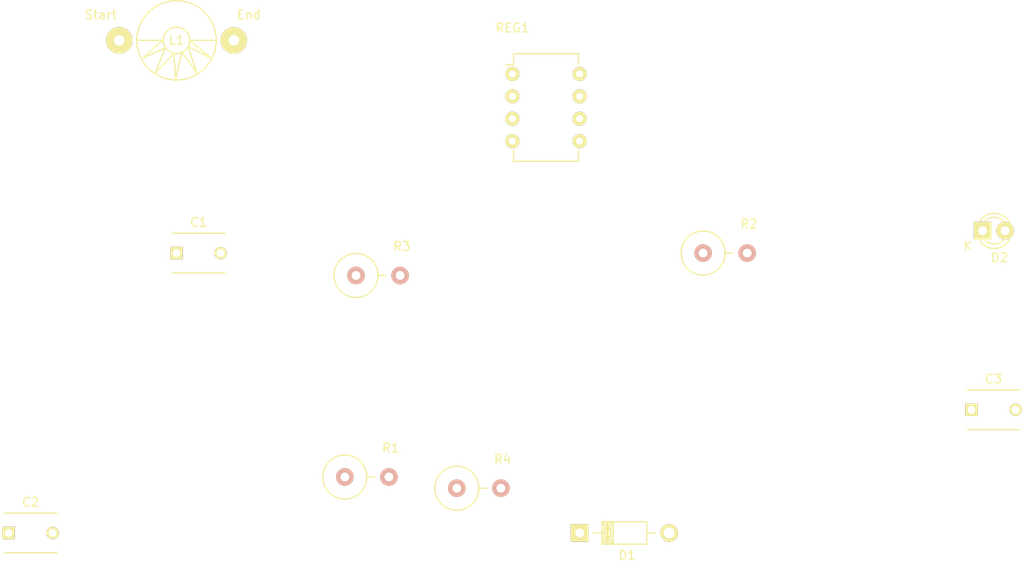
<source format=kicad_pcb>
(kicad_pcb (version 4) (host pcbnew 4.0.4-stable)

  (general
    (links 19)
    (no_connects 19)
    (area 0 0 0 0)
    (thickness 1.6)
    (drawings 0)
    (tracks 0)
    (zones 0)
    (modules 11)
    (nets 10)
  )

  (page A4)
  (layers
    (0 F.Cu signal)
    (31 B.Cu signal)
    (32 B.Adhes user)
    (33 F.Adhes user)
    (34 B.Paste user)
    (35 F.Paste user)
    (36 B.SilkS user)
    (37 F.SilkS user)
    (38 B.Mask user)
    (39 F.Mask user)
    (40 Dwgs.User user)
    (41 Cmts.User user)
    (42 Eco1.User user)
    (43 Eco2.User user)
    (44 Edge.Cuts user)
    (45 Margin user)
    (46 B.CrtYd user)
    (47 F.CrtYd user)
    (48 B.Fab user)
    (49 F.Fab user)
  )

  (setup
    (last_trace_width 0.25)
    (trace_clearance 0.2)
    (zone_clearance 0.508)
    (zone_45_only no)
    (trace_min 0.2)
    (segment_width 0.2)
    (edge_width 0.15)
    (via_size 0.6)
    (via_drill 0.4)
    (via_min_size 0.4)
    (via_min_drill 0.3)
    (uvia_size 0.3)
    (uvia_drill 0.1)
    (uvias_allowed no)
    (uvia_min_size 0.2)
    (uvia_min_drill 0.1)
    (pcb_text_width 0.3)
    (pcb_text_size 1.5 1.5)
    (mod_edge_width 0.15)
    (mod_text_size 1 1)
    (mod_text_width 0.15)
    (pad_size 1.524 1.524)
    (pad_drill 0.762)
    (pad_to_mask_clearance 0.2)
    (aux_axis_origin 0 0)
    (visible_elements FFFFFF7F)
    (pcbplotparams
      (layerselection 0x00030_80000001)
      (usegerberextensions false)
      (excludeedgelayer true)
      (linewidth 0.100000)
      (plotframeref false)
      (viasonmask false)
      (mode 1)
      (useauxorigin false)
      (hpglpennumber 1)
      (hpglpenspeed 20)
      (hpglpendiameter 15)
      (hpglpenoverlay 2)
      (psnegative false)
      (psa4output false)
      (plotreference true)
      (plotvalue true)
      (plotinvisibletext false)
      (padsonsilk false)
      (subtractmaskfromsilk false)
      (outputformat 1)
      (mirror false)
      (drillshape 1)
      (scaleselection 1)
      (outputdirectory ""))
  )

  (net 0 "")
  (net 1 "Net-(C1-Pad1)")
  (net 2 GND)
  (net 3 "Net-(C2-Pad1)")
  (net 4 /V_IN)
  (net 5 "Net-(D1-Pad1)")
  (net 6 "Net-(D2-Pad1)")
  (net 7 VCC)
  (net 8 "Net-(R1-Pad1)")
  (net 9 "Net-(R3-Pad1)")

  (net_class Default "This is the default net class."
    (clearance 0.2)
    (trace_width 0.25)
    (via_dia 0.6)
    (via_drill 0.4)
    (uvia_dia 0.3)
    (uvia_drill 0.1)
    (add_net /V_IN)
    (add_net GND)
    (add_net "Net-(C1-Pad1)")
    (add_net "Net-(C2-Pad1)")
    (add_net "Net-(D1-Pad1)")
    (add_net "Net-(D2-Pad1)")
    (add_net "Net-(R1-Pad1)")
    (add_net "Net-(R3-Pad1)")
    (add_net VCC)
  )

  (module Capacitors_ThroughHole:C_Disc_D6_P5 (layer F.Cu) (tedit 0) (tstamp 57EDF3F1)
    (at 110.49 91.44)
    (descr "Capacitor 6mm Disc, Pitch 5mm")
    (tags Capacitor)
    (path /57EDED98)
    (fp_text reference C1 (at 2.5 -3.5) (layer F.SilkS)
      (effects (font (size 1 1) (thickness 0.15)))
    )
    (fp_text value 470uF (at 2.5 3.5) (layer F.Fab)
      (effects (font (size 1 1) (thickness 0.15)))
    )
    (fp_line (start -0.95 -2.5) (end 5.95 -2.5) (layer F.CrtYd) (width 0.05))
    (fp_line (start 5.95 -2.5) (end 5.95 2.5) (layer F.CrtYd) (width 0.05))
    (fp_line (start 5.95 2.5) (end -0.95 2.5) (layer F.CrtYd) (width 0.05))
    (fp_line (start -0.95 2.5) (end -0.95 -2.5) (layer F.CrtYd) (width 0.05))
    (fp_line (start -0.5 -2.25) (end 5.5 -2.25) (layer F.SilkS) (width 0.15))
    (fp_line (start 5.5 2.25) (end -0.5 2.25) (layer F.SilkS) (width 0.15))
    (pad 1 thru_hole rect (at 0 0) (size 1.4 1.4) (drill 0.9) (layers *.Cu *.Mask F.SilkS)
      (net 1 "Net-(C1-Pad1)"))
    (pad 2 thru_hole circle (at 5 0) (size 1.4 1.4) (drill 0.9) (layers *.Cu *.Mask F.SilkS)
      (net 2 GND))
    (model Capacitors_ThroughHole.3dshapes/C_Disc_D6_P5.wrl
      (at (xyz 0.0984252 0 0))
      (scale (xyz 1 1 1))
      (rotate (xyz 0 0 0))
    )
  )

  (module Capacitors_ThroughHole:C_Disc_D6_P5 (layer F.Cu) (tedit 0) (tstamp 57EDF3F7)
    (at 91.44 123.19)
    (descr "Capacitor 6mm Disc, Pitch 5mm")
    (tags Capacitor)
    (path /57EDEE1C)
    (fp_text reference C2 (at 2.5 -3.5) (layer F.SilkS)
      (effects (font (size 1 1) (thickness 0.15)))
    )
    (fp_text value 470pF (at 2.5 3.5) (layer F.Fab)
      (effects (font (size 1 1) (thickness 0.15)))
    )
    (fp_line (start -0.95 -2.5) (end 5.95 -2.5) (layer F.CrtYd) (width 0.05))
    (fp_line (start 5.95 -2.5) (end 5.95 2.5) (layer F.CrtYd) (width 0.05))
    (fp_line (start 5.95 2.5) (end -0.95 2.5) (layer F.CrtYd) (width 0.05))
    (fp_line (start -0.95 2.5) (end -0.95 -2.5) (layer F.CrtYd) (width 0.05))
    (fp_line (start -0.5 -2.25) (end 5.5 -2.25) (layer F.SilkS) (width 0.15))
    (fp_line (start 5.5 2.25) (end -0.5 2.25) (layer F.SilkS) (width 0.15))
    (pad 1 thru_hole rect (at 0 0) (size 1.4 1.4) (drill 0.9) (layers *.Cu *.Mask F.SilkS)
      (net 3 "Net-(C2-Pad1)"))
    (pad 2 thru_hole circle (at 5 0) (size 1.4 1.4) (drill 0.9) (layers *.Cu *.Mask F.SilkS)
      (net 2 GND))
    (model Capacitors_ThroughHole.3dshapes/C_Disc_D6_P5.wrl
      (at (xyz 0.0984252 0 0))
      (scale (xyz 1 1 1))
      (rotate (xyz 0 0 0))
    )
  )

  (module Capacitors_ThroughHole:C_Disc_D6_P5 (layer F.Cu) (tedit 0) (tstamp 57EDF3FD)
    (at 200.66 109.22)
    (descr "Capacitor 6mm Disc, Pitch 5mm")
    (tags Capacitor)
    (path /57EDEDE4)
    (fp_text reference C3 (at 2.5 -3.5) (layer F.SilkS)
      (effects (font (size 1 1) (thickness 0.15)))
    )
    (fp_text value 100uF (at 2.5 3.5) (layer F.Fab)
      (effects (font (size 1 1) (thickness 0.15)))
    )
    (fp_line (start -0.95 -2.5) (end 5.95 -2.5) (layer F.CrtYd) (width 0.05))
    (fp_line (start 5.95 -2.5) (end 5.95 2.5) (layer F.CrtYd) (width 0.05))
    (fp_line (start 5.95 2.5) (end -0.95 2.5) (layer F.CrtYd) (width 0.05))
    (fp_line (start -0.95 2.5) (end -0.95 -2.5) (layer F.CrtYd) (width 0.05))
    (fp_line (start -0.5 -2.25) (end 5.5 -2.25) (layer F.SilkS) (width 0.15))
    (fp_line (start 5.5 2.25) (end -0.5 2.25) (layer F.SilkS) (width 0.15))
    (pad 1 thru_hole rect (at 0 0) (size 1.4 1.4) (drill 0.9) (layers *.Cu *.Mask F.SilkS)
      (net 4 /V_IN))
    (pad 2 thru_hole circle (at 5 0) (size 1.4 1.4) (drill 0.9) (layers *.Cu *.Mask F.SilkS)
      (net 2 GND))
    (model Capacitors_ThroughHole.3dshapes/C_Disc_D6_P5.wrl
      (at (xyz 0.0984252 0 0))
      (scale (xyz 1 1 1))
      (rotate (xyz 0 0 0))
    )
  )

  (module Diodes_ThroughHole:Diode_DO-41_SOD81_Horizontal_RM10 (layer F.Cu) (tedit 552FFCCE) (tstamp 57EDF403)
    (at 156.21 123.19)
    (descr "Diode, DO-41, SOD81, Horizontal, RM 10mm,")
    (tags "Diode, DO-41, SOD81, Horizontal, RM 10mm, 1N4007, SB140,")
    (path /57EE096B)
    (fp_text reference D1 (at 5.38734 2.53746) (layer F.SilkS)
      (effects (font (size 1 1) (thickness 0.15)))
    )
    (fp_text value D_Schottky (at 4.37134 -3.55854) (layer F.Fab)
      (effects (font (size 1 1) (thickness 0.15)))
    )
    (fp_line (start 7.62 -0.00254) (end 8.636 -0.00254) (layer F.SilkS) (width 0.15))
    (fp_line (start 2.794 -0.00254) (end 1.524 -0.00254) (layer F.SilkS) (width 0.15))
    (fp_line (start 3.048 -1.27254) (end 3.048 1.26746) (layer F.SilkS) (width 0.15))
    (fp_line (start 3.302 -1.27254) (end 3.302 1.26746) (layer F.SilkS) (width 0.15))
    (fp_line (start 3.556 -1.27254) (end 3.556 1.26746) (layer F.SilkS) (width 0.15))
    (fp_line (start 2.794 -1.27254) (end 2.794 1.26746) (layer F.SilkS) (width 0.15))
    (fp_line (start 3.81 -1.27254) (end 2.54 1.26746) (layer F.SilkS) (width 0.15))
    (fp_line (start 2.54 -1.27254) (end 3.81 1.26746) (layer F.SilkS) (width 0.15))
    (fp_line (start 3.81 -1.27254) (end 3.81 1.26746) (layer F.SilkS) (width 0.15))
    (fp_line (start 3.175 -1.27254) (end 3.175 1.26746) (layer F.SilkS) (width 0.15))
    (fp_line (start 2.54 1.26746) (end 2.54 -1.27254) (layer F.SilkS) (width 0.15))
    (fp_line (start 2.54 -1.27254) (end 7.62 -1.27254) (layer F.SilkS) (width 0.15))
    (fp_line (start 7.62 -1.27254) (end 7.62 1.26746) (layer F.SilkS) (width 0.15))
    (fp_line (start 7.62 1.26746) (end 2.54 1.26746) (layer F.SilkS) (width 0.15))
    (pad 2 thru_hole circle (at 10.16 -0.00254 180) (size 1.99898 1.99898) (drill 1.27) (layers *.Cu *.Mask F.SilkS)
      (net 2 GND))
    (pad 1 thru_hole rect (at 0 -0.00254 180) (size 1.99898 1.99898) (drill 1.00076) (layers *.Cu *.Mask F.SilkS)
      (net 5 "Net-(D1-Pad1)"))
  )

  (module LEDs:LED-3MM (layer F.Cu) (tedit 559B82F6) (tstamp 57EDF409)
    (at 201.93 88.9)
    (descr "LED 3mm round vertical")
    (tags "LED  3mm round vertical")
    (path /57EE252B)
    (fp_text reference D2 (at 1.91 3.06) (layer F.SilkS)
      (effects (font (size 1 1) (thickness 0.15)))
    )
    (fp_text value LED (at 1.3 -2.9) (layer F.Fab)
      (effects (font (size 1 1) (thickness 0.15)))
    )
    (fp_line (start -1.2 2.3) (end 3.8 2.3) (layer F.CrtYd) (width 0.05))
    (fp_line (start 3.8 2.3) (end 3.8 -2.2) (layer F.CrtYd) (width 0.05))
    (fp_line (start 3.8 -2.2) (end -1.2 -2.2) (layer F.CrtYd) (width 0.05))
    (fp_line (start -1.2 -2.2) (end -1.2 2.3) (layer F.CrtYd) (width 0.05))
    (fp_line (start -0.199 1.314) (end -0.199 1.114) (layer F.SilkS) (width 0.15))
    (fp_line (start -0.199 -1.28) (end -0.199 -1.1) (layer F.SilkS) (width 0.15))
    (fp_arc (start 1.301 0.034) (end -0.199 -1.286) (angle 108.5) (layer F.SilkS) (width 0.15))
    (fp_arc (start 1.301 0.034) (end 0.25 -1.1) (angle 85.7) (layer F.SilkS) (width 0.15))
    (fp_arc (start 1.311 0.034) (end 3.051 0.994) (angle 110) (layer F.SilkS) (width 0.15))
    (fp_arc (start 1.301 0.034) (end 2.335 1.094) (angle 87.5) (layer F.SilkS) (width 0.15))
    (fp_text user K (at -1.69 1.74) (layer F.SilkS)
      (effects (font (size 1 1) (thickness 0.15)))
    )
    (pad 1 thru_hole rect (at 0 0 90) (size 2 2) (drill 1.00076) (layers *.Cu *.Mask F.SilkS)
      (net 6 "Net-(D2-Pad1)"))
    (pad 2 thru_hole circle (at 2.54 0) (size 2 2) (drill 1.00076) (layers *.Cu *.Mask F.SilkS)
      (net 7 VCC))
    (model LEDs.3dshapes/LED-3MM.wrl
      (at (xyz 0.05 0 0))
      (scale (xyz 1 1 1))
      (rotate (xyz 0 0 90))
    )
  )

  (module Choke_Toroid_ThroughHole:Choke_Toroid_horizontal_Diameter9mm_Amidon-T30 (layer F.Cu) (tedit 0) (tstamp 57EDF40F)
    (at 110.49 67.31)
    (descr "Choke, Inductance, Toroid, horizontal, laying, Diameter 9mm, Amidon, T30,")
    (tags "Choke, Inductance, Toroid, horizontal, laying, Diameter 9mm, Amidon, T30,")
    (path /57EDEC57)
    (fp_text reference L1 (at 0 0) (layer F.SilkS)
      (effects (font (size 1 1) (thickness 0.15)))
    )
    (fp_text value 220uH (at 0 6.35) (layer F.Fab)
      (effects (font (size 1 1) (thickness 0.15)))
    )
    (fp_line (start -4.30022 0) (end -1.6002 0) (layer F.SilkS) (width 0.15))
    (fp_line (start -1.6002 0) (end -3.79984 1.99898) (layer F.SilkS) (width 0.15))
    (fp_line (start -3.79984 1.99898) (end -1.30048 0.89916) (layer F.SilkS) (width 0.15))
    (fp_line (start -1.30048 0.89916) (end -2.4003 3.70078) (layer F.SilkS) (width 0.15))
    (fp_line (start -2.4003 3.70078) (end -0.29972 1.50114) (layer F.SilkS) (width 0.15))
    (fp_line (start -0.29972 1.50114) (end -0.09906 4.39928) (layer F.SilkS) (width 0.15))
    (fp_line (start -0.09906 4.39928) (end 0.59944 1.30048) (layer F.SilkS) (width 0.15))
    (fp_line (start 0.59944 1.30048) (end 2.30124 3.70078) (layer F.SilkS) (width 0.15))
    (fp_line (start 2.30124 3.70078) (end 1.30048 0.70104) (layer F.SilkS) (width 0.15))
    (fp_line (start 1.30048 0.70104) (end 3.8989 1.99898) (layer F.SilkS) (width 0.15))
    (fp_line (start 3.8989 1.99898) (end 1.50114 0) (layer F.SilkS) (width 0.15))
    (fp_line (start 1.50114 0) (end 4.30022 0) (layer F.SilkS) (width 0.15))
    (fp_circle (center 0 0) (end 1.50114 0) (layer F.SilkS) (width 0.15))
    (fp_circle (center 0 0) (end 4.50088 0) (layer F.SilkS) (width 0.15))
    (fp_text user End (at 8.19912 -2.90068) (layer F.SilkS)
      (effects (font (size 1 1) (thickness 0.15)))
    )
    (fp_text user Start (at -8.60044 -2.90068) (layer F.SilkS)
      (effects (font (size 1 1) (thickness 0.15)))
    )
    (pad 1 thru_hole circle (at -6.49986 0) (size 2.99974 2.99974) (drill 1.19888) (layers *.Cu *.Mask F.SilkS)
      (net 5 "Net-(D1-Pad1)"))
    (pad 2 thru_hole circle (at 6.49986 0) (size 2.99974 2.99974) (drill 1.19888) (layers *.Cu *.Mask F.SilkS)
      (net 1 "Net-(C1-Pad1)"))
  )

  (module Resistors_ThroughHole:Resistor_Vertical_RM5mm (layer F.Cu) (tedit 0) (tstamp 57EDF415)
    (at 132.08 116.84)
    (descr "Resistor, Vertical, RM 5mm, 1/3W,")
    (tags "Resistor, Vertical, RM 5mm, 1/3W,")
    (path /57EDE97A)
    (fp_text reference R1 (at 2.70002 -3.29946) (layer F.SilkS)
      (effects (font (size 1 1) (thickness 0.15)))
    )
    (fp_text value 3.8k (at 0 4.50088) (layer F.Fab)
      (effects (font (size 1 1) (thickness 0.15)))
    )
    (fp_line (start -0.09906 0) (end 0.9017 0) (layer F.SilkS) (width 0.15))
    (fp_circle (center -2.49936 0) (end 0 0) (layer F.SilkS) (width 0.15))
    (pad 1 thru_hole circle (at -2.49936 0) (size 1.99898 1.99898) (drill 1.00076) (layers *.Cu *.SilkS *.Mask)
      (net 8 "Net-(R1-Pad1)"))
    (pad 2 thru_hole circle (at 2.5019 0) (size 1.99898 1.99898) (drill 1.00076) (layers *.Cu *.SilkS *.Mask)
      (net 7 VCC))
  )

  (module Resistors_ThroughHole:Resistor_Vertical_RM5mm (layer F.Cu) (tedit 0) (tstamp 57EDF41B)
    (at 172.72 91.44)
    (descr "Resistor, Vertical, RM 5mm, 1/3W,")
    (tags "Resistor, Vertical, RM 5mm, 1/3W,")
    (path /57EDE950)
    (fp_text reference R2 (at 2.70002 -3.29946) (layer F.SilkS)
      (effects (font (size 1 1) (thickness 0.15)))
    )
    (fp_text value 1.2k (at 0 4.50088) (layer F.Fab)
      (effects (font (size 1 1) (thickness 0.15)))
    )
    (fp_line (start -0.09906 0) (end 0.9017 0) (layer F.SilkS) (width 0.15))
    (fp_circle (center -2.49936 0) (end 0 0) (layer F.SilkS) (width 0.15))
    (pad 1 thru_hole circle (at -2.49936 0) (size 1.99898 1.99898) (drill 1.00076) (layers *.Cu *.SilkS *.Mask)
      (net 8 "Net-(R1-Pad1)"))
    (pad 2 thru_hole circle (at 2.5019 0) (size 1.99898 1.99898) (drill 1.00076) (layers *.Cu *.SilkS *.Mask)
      (net 2 GND))
  )

  (module Resistors_ThroughHole:Resistor_Vertical_RM5mm (layer F.Cu) (tedit 0) (tstamp 57EDF421)
    (at 133.35 93.98)
    (descr "Resistor, Vertical, RM 5mm, 1/3W,")
    (tags "Resistor, Vertical, RM 5mm, 1/3W,")
    (path /57EDE8F2)
    (fp_text reference R3 (at 2.70002 -3.29946) (layer F.SilkS)
      (effects (font (size 1 1) (thickness 0.15)))
    )
    (fp_text value 0.33R (at 0 4.50088) (layer F.Fab)
      (effects (font (size 1 1) (thickness 0.15)))
    )
    (fp_line (start -0.09906 0) (end 0.9017 0) (layer F.SilkS) (width 0.15))
    (fp_circle (center -2.49936 0) (end 0 0) (layer F.SilkS) (width 0.15))
    (pad 1 thru_hole circle (at -2.49936 0) (size 1.99898 1.99898) (drill 1.00076) (layers *.Cu *.SilkS *.Mask)
      (net 9 "Net-(R3-Pad1)"))
    (pad 2 thru_hole circle (at 2.5019 0) (size 1.99898 1.99898) (drill 1.00076) (layers *.Cu *.SilkS *.Mask)
      (net 4 /V_IN))
  )

  (module Resistors_ThroughHole:Resistor_Vertical_RM5mm (layer F.Cu) (tedit 0) (tstamp 57EDF427)
    (at 144.78 118.11)
    (descr "Resistor, Vertical, RM 5mm, 1/3W,")
    (tags "Resistor, Vertical, RM 5mm, 1/3W,")
    (path /57EE25E2)
    (fp_text reference R4 (at 2.70002 -3.29946) (layer F.SilkS)
      (effects (font (size 1 1) (thickness 0.15)))
    )
    (fp_text value 220R (at 0 4.50088) (layer F.Fab)
      (effects (font (size 1 1) (thickness 0.15)))
    )
    (fp_line (start -0.09906 0) (end 0.9017 0) (layer F.SilkS) (width 0.15))
    (fp_circle (center -2.49936 0) (end 0 0) (layer F.SilkS) (width 0.15))
    (pad 1 thru_hole circle (at -2.49936 0) (size 1.99898 1.99898) (drill 1.00076) (layers *.Cu *.SilkS *.Mask)
      (net 6 "Net-(D2-Pad1)"))
    (pad 2 thru_hole circle (at 2.5019 0) (size 1.99898 1.99898) (drill 1.00076) (layers *.Cu *.SilkS *.Mask)
      (net 2 GND))
  )

  (module Housings_DIP:DIP-8_W7.62mm (layer F.Cu) (tedit 54130A77) (tstamp 57EDF433)
    (at 148.59 71.12)
    (descr "8-lead dip package, row spacing 7.62 mm (300 mils)")
    (tags "dil dip 2.54 300")
    (path /57EDE6C7)
    (fp_text reference REG1 (at 0 -5.22) (layer F.SilkS)
      (effects (font (size 1 1) (thickness 0.15)))
    )
    (fp_text value MC33063 (at 0 -3.72) (layer F.Fab)
      (effects (font (size 1 1) (thickness 0.15)))
    )
    (fp_line (start -1.05 -2.45) (end -1.05 10.1) (layer F.CrtYd) (width 0.05))
    (fp_line (start 8.65 -2.45) (end 8.65 10.1) (layer F.CrtYd) (width 0.05))
    (fp_line (start -1.05 -2.45) (end 8.65 -2.45) (layer F.CrtYd) (width 0.05))
    (fp_line (start -1.05 10.1) (end 8.65 10.1) (layer F.CrtYd) (width 0.05))
    (fp_line (start 0.135 -2.295) (end 0.135 -1.025) (layer F.SilkS) (width 0.15))
    (fp_line (start 7.485 -2.295) (end 7.485 -1.025) (layer F.SilkS) (width 0.15))
    (fp_line (start 7.485 9.915) (end 7.485 8.645) (layer F.SilkS) (width 0.15))
    (fp_line (start 0.135 9.915) (end 0.135 8.645) (layer F.SilkS) (width 0.15))
    (fp_line (start 0.135 -2.295) (end 7.485 -2.295) (layer F.SilkS) (width 0.15))
    (fp_line (start 0.135 9.915) (end 7.485 9.915) (layer F.SilkS) (width 0.15))
    (fp_line (start 0.135 -1.025) (end -0.8 -1.025) (layer F.SilkS) (width 0.15))
    (pad 1 thru_hole oval (at 0 0) (size 1.6 1.6) (drill 0.8) (layers *.Cu *.Mask F.SilkS)
      (net 9 "Net-(R3-Pad1)"))
    (pad 2 thru_hole oval (at 0 2.54) (size 1.6 1.6) (drill 0.8) (layers *.Cu *.Mask F.SilkS)
      (net 5 "Net-(D1-Pad1)"))
    (pad 3 thru_hole oval (at 0 5.08) (size 1.6 1.6) (drill 0.8) (layers *.Cu *.Mask F.SilkS)
      (net 3 "Net-(C2-Pad1)"))
    (pad 4 thru_hole oval (at 0 7.62) (size 1.6 1.6) (drill 0.8) (layers *.Cu *.Mask F.SilkS)
      (net 2 GND))
    (pad 5 thru_hole oval (at 7.62 7.62) (size 1.6 1.6) (drill 0.8) (layers *.Cu *.Mask F.SilkS)
      (net 8 "Net-(R1-Pad1)"))
    (pad 6 thru_hole oval (at 7.62 5.08) (size 1.6 1.6) (drill 0.8) (layers *.Cu *.Mask F.SilkS)
      (net 4 /V_IN))
    (pad 7 thru_hole oval (at 7.62 2.54) (size 1.6 1.6) (drill 0.8) (layers *.Cu *.Mask F.SilkS)
      (net 9 "Net-(R3-Pad1)"))
    (pad 8 thru_hole oval (at 7.62 0) (size 1.6 1.6) (drill 0.8) (layers *.Cu *.Mask F.SilkS)
      (net 9 "Net-(R3-Pad1)"))
    (model Housings_DIP.3dshapes/DIP-8_W7.62mm.wrl
      (at (xyz 0 0 0))
      (scale (xyz 1 1 1))
      (rotate (xyz 0 0 0))
    )
  )

)

</source>
